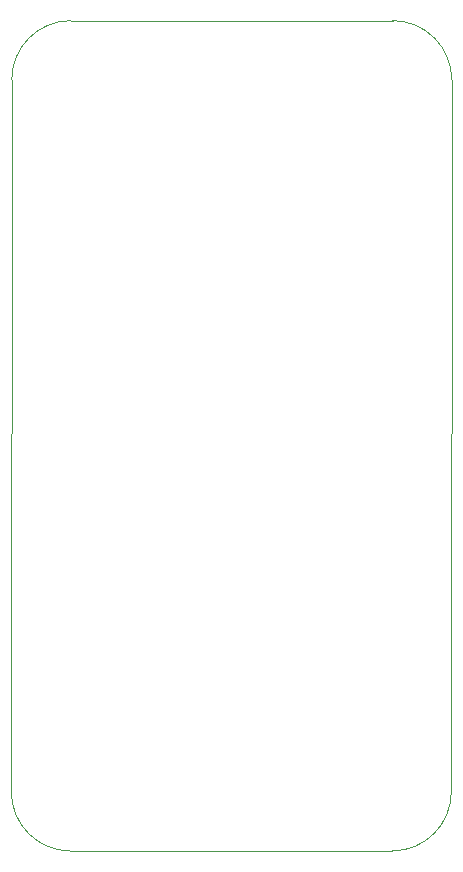
<source format=gbr>
%TF.GenerationSoftware,KiCad,Pcbnew,(6.0.11-0)*%
%TF.CreationDate,2023-12-17T12:15:40+01:00*%
%TF.ProjectId,Layblar_PCB,4c617962-6c61-4725-9f50-43422e6b6963,rev?*%
%TF.SameCoordinates,Original*%
%TF.FileFunction,Profile,NP*%
%FSLAX46Y46*%
G04 Gerber Fmt 4.6, Leading zero omitted, Abs format (unit mm)*
G04 Created by KiCad (PCBNEW (6.0.11-0)) date 2023-12-17 12:15:40*
%MOMM*%
%LPD*%
G01*
G04 APERTURE LIST*
%TA.AperFunction,Profile*%
%ADD10C,0.050000*%
%TD*%
G04 APERTURE END LIST*
D10*
X28176966Y-75085534D02*
G75*
G03*
X33176966Y-80085534I5000004J4D01*
G01*
X65464466Y-14785534D02*
X65426966Y-75085534D01*
X60426966Y-80085534D02*
X33176966Y-80085534D01*
X65464466Y-14785534D02*
G75*
G03*
X60464466Y-9785534I-4999966J34D01*
G01*
X33214466Y-9785526D02*
G75*
G03*
X28214466Y-14785534I4J-5000004D01*
G01*
X33214466Y-9785534D02*
X60464466Y-9785534D01*
X60426966Y-80085526D02*
G75*
G03*
X65426966Y-75085534I4J4999996D01*
G01*
X28176966Y-75085534D02*
X28214466Y-14785534D01*
M02*

</source>
